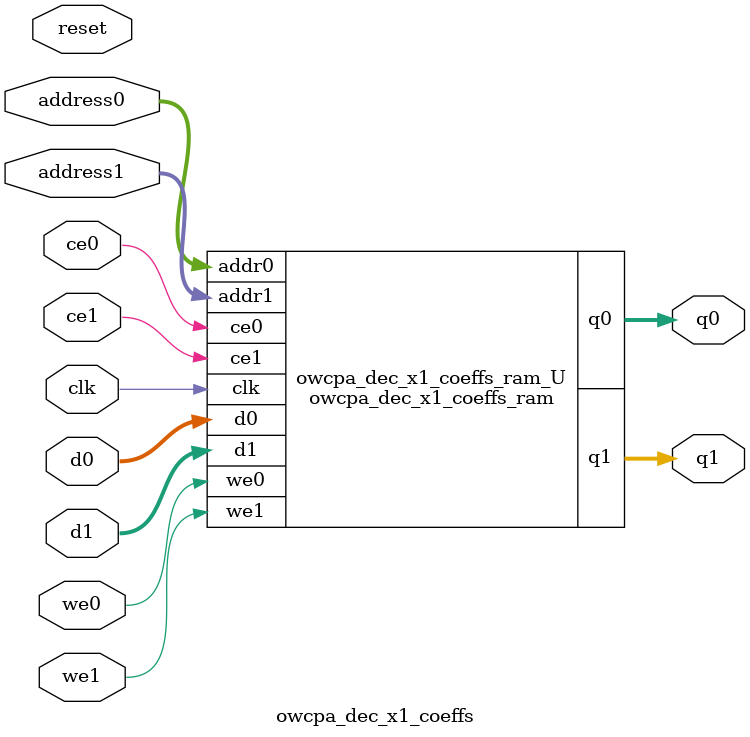
<source format=v>
`timescale 1 ns / 1 ps
module owcpa_dec_x1_coeffs_ram (addr0, ce0, d0, we0, q0, addr1, ce1, d1, we1, q1,  clk);

parameter DWIDTH = 16;
parameter AWIDTH = 10;
parameter MEM_SIZE = 821;

input[AWIDTH-1:0] addr0;
input ce0;
input[DWIDTH-1:0] d0;
input we0;
output reg[DWIDTH-1:0] q0;
input[AWIDTH-1:0] addr1;
input ce1;
input[DWIDTH-1:0] d1;
input we1;
output reg[DWIDTH-1:0] q1;
input clk;

(* ram_style = "block" *)reg [DWIDTH-1:0] ram[0:MEM_SIZE-1];




always @(posedge clk)  
begin 
    if (ce0) 
    begin
        if (we0) 
        begin 
            ram[addr0] <= d0; 
        end 
        q0 <= ram[addr0];
    end
end


always @(posedge clk)  
begin 
    if (ce1) 
    begin
        if (we1) 
        begin 
            ram[addr1] <= d1; 
        end 
        q1 <= ram[addr1];
    end
end


endmodule

`timescale 1 ns / 1 ps
module owcpa_dec_x1_coeffs(
    reset,
    clk,
    address0,
    ce0,
    we0,
    d0,
    q0,
    address1,
    ce1,
    we1,
    d1,
    q1);

parameter DataWidth = 32'd16;
parameter AddressRange = 32'd821;
parameter AddressWidth = 32'd10;
input reset;
input clk;
input[AddressWidth - 1:0] address0;
input ce0;
input we0;
input[DataWidth - 1:0] d0;
output[DataWidth - 1:0] q0;
input[AddressWidth - 1:0] address1;
input ce1;
input we1;
input[DataWidth - 1:0] d1;
output[DataWidth - 1:0] q1;



owcpa_dec_x1_coeffs_ram owcpa_dec_x1_coeffs_ram_U(
    .clk( clk ),
    .addr0( address0 ),
    .ce0( ce0 ),
    .we0( we0 ),
    .d0( d0 ),
    .q0( q0 ),
    .addr1( address1 ),
    .ce1( ce1 ),
    .we1( we1 ),
    .d1( d1 ),
    .q1( q1 ));

endmodule


</source>
